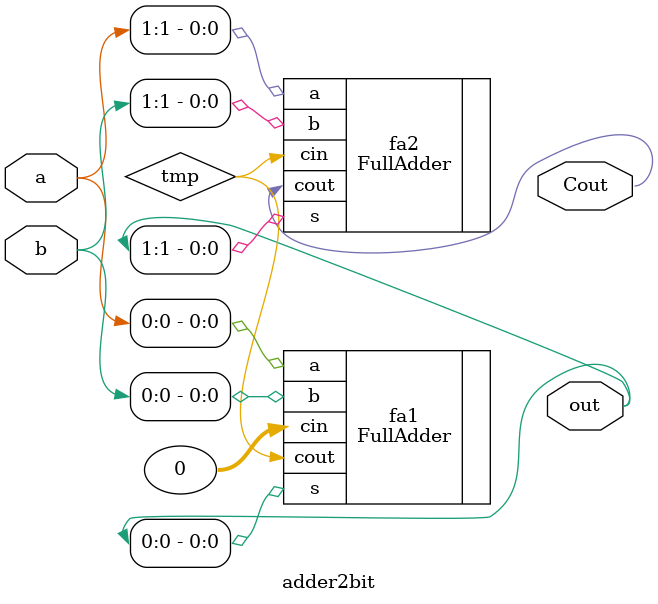
<source format=v>
`timescale 1ns / 1ps


module adder2bit(
    input           [1:0]         a,
    input           [1:0]         b,
    output          [1:0]         out,
    output                        Cout
);

// Write your code here
wire tmp;
FullAdder fa1(
    .a(a[0]),
    .b(b[0]),
    .cin(0),
    .s(out[0]),
    .cout(tmp)
);

FullAdder fa2(
    .a(a[1]),
    .b(b[1]),
    .cin(tmp),
    .s(out[1]),
    .cout(Cout)
);
// End of your code
endmodule
</source>
